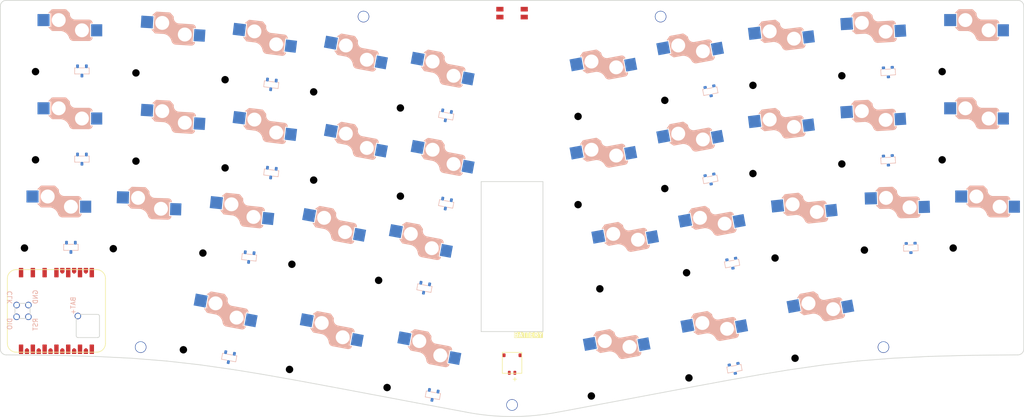
<source format=kicad_pcb>
(kicad_pcb (version 20171130) (host pcbnew 5.1.6)
  (title_block (title "heatwave") (rev "v1.0.0") (company "Unknown"))
  (layers (0 F.Cu signal) (31 B.Cu signal) (34 B.Paste user) (35 F.Paste user) (36 B.SilkS user) (37 F.SilkS user) (38 B.Mask user) (39 F.Mask user) (44 Edge.Cuts user))
  (net 0 "")
  (net 1 "P0.02")
  (net 2 "P0.03")
  (net 3 "P0.28")
  (net 4 "P0.29")
  (net 5 "P0.04")
  (net 6 "P0.05")
  (net 7 "P1.11")
  (net 8 "P1.12")
  (net 9 "P1.13")
  (net 10 "P1.14")
  (net 11 "P1.15")
  (net 12 "3V3")
  (net 13 "GND")
  (net 14 "5V")
  (net 15 "P0.15")
  (net 16 "P0.19")
  (net 17 "P1.01")
  (net 18 "P0.09")
  (net 19 "P0.10")
  (net 20 "P0.31")
  (net 21 "P1.03")
  (net 22 "P1.05")
  (net 23 "P1.07")
  (net 24 "DIO")
  (net 25 "CLK")
  (net 26 "RST")
  (net 27 "BAT+")
  (net 28 "C3")
  (net 29 "flex_thumb")
  (net 30 "mirror_flex_thumb")
  (net 31 "C2")
  (net 32 "w_top")
  (net 33 "e_top")
  (net 34 "C4")
  (net 35 "r_top")
  (net 36 "C5")
  (net 37 "t_top")
  (net 38 "mirror_w_top")
  (net 39 "mirror_e_top")
  (net 40 "mirror_r_top")
  (net 41 "mirror_t_top")
  (net 42 "s_home")
  (net 43 "d_home")
  (net 44 "f_home")
  (net 45 "g_home")
  (net 46 "mirror_s_home")
  (net 47 "mirror_d_home")
  (net 48 "mirror_f_home")
  (net 49 "mirror_g_home")
  (net 50 "C1")
  (net 51 "z_bottom")
  (net 52 "x_bottom")
  (net 53 "c_bottom")
  (net 54 "v_bottom")
  (net 55 "b_bottom")
  (net 56 "mirror_z_bottom")
  (net 57 "mirror_x_bottom")
  (net 58 "mirror_c_bottom")
  (net 59 "mirror_v_bottom")
  (net 60 "mirror_b_bottom")
  (net 61 "base_thumb")
  (net 62 "mirror_base_thumb")
  (net 63 "q_top")
  (net 64 "mirror_q_top")
  (net 65 "a_home")
  (net 66 "mirror_a_home")
  (net 67 "ext_thumb")
  (net 68 "mirror_ext_thumb")
  (net 69 "R1")
  (net 70 "R2")
  (net 71 "R3")
  (net 72 "R4")
  (net 73 "RAW")
  (footprint "pcb_shape" (at 0 0 0) (layer F.Cu)
    (property "Reference" "EC1" hide)
    (fp_line (start -12.575 -8.949998) (end -12.575 64.911298) (stroke (width 0.15)) (layer "Edge.Cuts"))
    (fp_line (start -11.326101 66.161299) (end -1.03077 66.261528) (stroke (width 0.15)) (layer "Edge.Cuts"))
    (fp_line (start -11.324999 -10.2) (end 206.6232 -10.2) (stroke (width 0.15)) (layer "Edge.Cuts"))
    (fp_line (start -1.03077 66.261528) (end 7.901166 66.498377) (stroke (width 0.15)) (layer "Edge.Cuts"))
    (fp_line (start 7.901166 66.498377) (end 15.872508 66.901151) (stroke (width 0.15)) (layer "Edge.Cuts"))
    (fp_line (start 15.872508 66.901151) (end 23.281004 67.49891) (stroke (width 0.15)) (layer "Edge.Cuts"))
    (fp_line (start 23.281004 67.49891) (end 30.51736 68.319453) (stroke (width 0.15)) (layer "Edge.Cuts"))
    (fp_line (start 30.51736 68.319453) (end 37.971492 69.388457) (stroke (width 0.15)) (layer "Edge.Cuts"))
    (fp_line (start 37.971492 69.388457) (end 44.23959 70.419299) (stroke (width 0.15)) (layer "Edge.Cuts"))
    (fp_line (start 44.23959 70.419299) (end 51.08305 71.632118) (stroke (width 0.15)) (layer "Edge.Cuts"))
    (fp_line (start 51.08305 71.632118) (end 58.700691 73.040555) (stroke (width 0.15)) (layer "Edge.Cuts"))
    (fp_line (start 58.700691 73.040555) (end 67.291954 74.658596) (stroke (width 0.15)) (layer "Edge.Cuts"))
    (fp_line (start 67.291954 74.658596) (end 77.056506 76.500462) (stroke (width 0.15)) (layer "Edge.Cuts"))
    (fp_line (start 77.056506 76.500462) (end 88.193036 78.580246) (stroke (width 0.15)) (layer "Edge.Cuts"))
    (fp_line (start 118.241693 76.500462) (end 107.105152 78.580248) (stroke (width 0.15)) (layer "Edge.Cuts"))
    (fp_line (start 128.006245 74.658596) (end 118.241693 76.500462) (stroke (width 0.15)) (layer "Edge.Cuts"))
    (fp_line (start 136.597508 73.040555) (end 128.006245 74.658596) (stroke (width 0.15)) (layer "Edge.Cuts"))
    (fp_line (start 144.215149 71.632118) (end 136.597508 73.040555) (stroke (width 0.15)) (layer "Edge.Cuts"))
    (fp_line (start 151.058609 70.419299) (end 144.215149 71.632118) (stroke (width 0.15)) (layer "Edge.Cuts"))
    (fp_line (start 157.326707 69.388457) (end 151.058609 70.419299) (stroke (width 0.15)) (layer "Edge.Cuts"))
    (fp_line (start 164.780839 68.319453) (end 157.326707 69.388457) (stroke (width 0.15)) (layer "Edge.Cuts"))
    (fp_line (start 172.017195 67.49891) (end 164.780839 68.319453) (stroke (width 0.15)) (layer "Edge.Cuts"))
    (fp_line (start 179.425691 66.901151) (end 172.017195 67.49891) (stroke (width 0.15)) (layer "Edge.Cuts"))
    (fp_line (start 187.397033 66.498377) (end 179.425691 66.901151) (stroke (width 0.15)) (layer "Edge.Cuts"))
    (fp_line (start 196.328969 66.261528) (end 187.397033 66.498377) (stroke (width 0.15)) (layer "Edge.Cuts"))
    (fp_line (start 206.624415 66.161298) (end 196.328969 66.261528) (stroke (width 0.15)) (layer "Edge.Cuts"))
    (fp_line (start 207.873199 -8.95) (end 207.873199 64.9113) (stroke (width 0.15)) (layer "Edge.Cuts"))
    (fp_line (start 207.8732 -8.95) (end 207.873199 -8.95) (stroke (width 0.15)) (layer "Edge.Cuts"))
    (fp_arc (start -11.324998 -8.949998) (end -12.575 -8.949998) (angle 89.9999) (stroke (width 0.15)) (layer "Edge.Cuts"))
    (fp_arc (start -11.324999 64.911299) (end -11.326101 66.161299) (angle 89.9495) (stroke (width 0.15)) (layer "Edge.Cuts"))
    (fp_arc (start 97.6491 27.5619) (end 107.105152 78.580248) (angle 21.0007) (stroke (width 0.15)) (layer "Edge.Cuts"))
    (fp_arc (start 206.6232 -8.95) (end 206.6232 -10.2) (angle 90) (stroke (width 0.15)) (layer "Edge.Cuts"))
    (fp_arc (start 206.6232 64.9113) (end 207.873199 64.9113) (angle 89.9443) (stroke (width 0.15)) (layer "Edge.Cuts"))
  )
  (footprint "xiao_plus_smd_prod" (at -0.49950049999999635 56.7 90) (layer F.Cu)
    (property "Reference" "MCU1" hide)
    (pad "1" smd roundrect (at -8.255 -7.6165 270) (size 2.032 0.95) (layers "F.Cu" "F.Mask" "F.Paste") (roundrect_rratio 0.1) (net 1 "P0.02"))
    (pad "2" smd roundrect (at -8.255 -5.0765 270) (size 2.032 0.95) (layers "F.Cu" "F.Mask" "F.Paste") (roundrect_rratio 0.1) (net 2 "P0.03"))
    (pad "3" smd roundrect (at -8.255 -2.5365 270) (size 2.032 0.95) (layers "F.Cu" "F.Mask" "F.Paste") (roundrect_rratio 0.1) (net 3 "P0.28"))
    (pad "4" smd roundrect (at -8.255 0.0035 270) (size 2.032 0.95) (layers "F.Cu" "F.Mask" "F.Paste") (roundrect_rratio 0.1) (net 4 "P0.29"))
    (pad "5" smd roundrect (at -8.255 2.5435 270) (size 2.032 0.95) (layers "F.Cu" "F.Mask" "F.Paste") (roundrect_rratio 0.1) (net 5 "P0.04"))
    (pad "6" smd roundrect (at -8.255 5.0835 270) (size 2.032 0.95) (layers "F.Cu" "F.Mask" "F.Paste") (roundrect_rratio 0.1) (net 6 "P0.05"))
    (pad "7" smd roundrect (at -8.255 7.6235 270) (size 2.032 0.95) (layers "F.Cu" "F.Mask" "F.Paste") (roundrect_rratio 0.1) (net 7 "P1.11"))
    (pad "8" smd roundrect (at 8.255 7.6235 90) (size 2.032 0.95) (layers "F.Cu" "F.Mask" "F.Paste") (roundrect_rratio 0.1) (net 8 "P1.12"))
    (pad "9" smd roundrect (at 8.255 5.0835 90) (size 2.032 0.95) (layers "F.Cu" "F.Mask" "F.Paste") (roundrect_rratio 0.1) (net 9 "P1.13"))
    (pad "10" smd roundrect (at 8.255 2.5435 90) (size 2.032 0.95) (layers "F.Cu" "F.Mask" "F.Paste") (roundrect_rratio 0.1) (net 10 "P1.14"))
    (pad "11" smd roundrect (at 8.255 0.0035 90) (size 2.032 0.95) (layers "F.Cu" "F.Mask" "F.Paste") (roundrect_rratio 0.1) (net 11 "P1.15"))
    (pad "12" smd roundrect (at 8.255 -2.5365 90) (size 2.032 0.95) (layers "F.Cu" "F.Mask" "F.Paste") (roundrect_rratio 0.1) (net 12 "3V3"))
    (pad "13" smd roundrect (at 8.255 -5.0765 90) (size 2.032 0.95) (layers "F.Cu" "F.Mask" "F.Paste") (roundrect_rratio 0.1) (net 13 "GND"))
    (pad "14" smd roundrect (at 8.255 -7.6165 90) (size 2.032 0.95) (layers "F.Cu" "F.Mask" "F.Paste") (roundrect_rratio 0.1) (net 14 "5V"))
    (pad "15" smd roundrect (at -8.655 -6.3465 270) (size 1.232 0.95) (layers "F.Cu" "F.Mask" "F.Paste") (roundrect_rratio 0.1) (chamfer_ratio 0.35) (chamfer top_left bottom_left) (net 15 "P0.15"))
    (pad "16" smd roundrect (at -8.655 -3.8065 270) (size 1.232 0.95) (layers "F.Cu" "F.Mask" "F.Paste") (roundrect_rratio 0.1) (chamfer_ratio 0.35) (chamfer top_left bottom_left) (net 16 "P0.19"))
    (pad "17" smd roundrect (at -8.655 -1.2665 270) (size 1.232 0.95) (layers "F.Cu" "F.Mask" "F.Paste") (roundrect_rratio 0.1) (chamfer_ratio 0.35) (chamfer top_left bottom_left) (net 17 "P1.01"))
    (pad "18" smd roundrect (at -8.655 1.2735 270) (size 1.232 0.95) (layers "F.Cu" "F.Mask" "F.Paste") (roundrect_rratio 0.1) (chamfer_ratio 0.35) (chamfer top_left bottom_left) (net 18 "P0.09"))
    (pad "19" smd roundrect (at -8.655 3.8135 270) (size 1.232 0.95) (layers "F.Cu" "F.Mask" "F.Paste") (roundrect_rratio 0.1) (chamfer_ratio 0.35) (chamfer top_left bottom_left) (net 19 "P0.10"))
    (pad "20" smd roundrect (at -8.655 6.3535 270) (size 1.232 0.95) (layers "F.Cu" "F.Mask" "F.Paste") (roundrect_rratio 0.1) (chamfer_ratio 0.35) (chamfer top_left bottom_left) (net 20 "P0.31"))
    (pad "21" smd roundrect (at 8.655 6.3535 90) (size 1.232 0.95) (layers "F.Cu" "F.Mask" "F.Paste") (roundrect_rratio 0.1) (chamfer_ratio 0.35) (chamfer top_left bottom_left) (net 21 "P1.03"))
    (pad "22" smd roundrect (at 8.655 3.8135 90) (size 1.232 0.95) (layers "F.Cu" "F.Mask" "F.Paste") (roundrect_rratio 0.1) (chamfer_ratio 0.35) (chamfer top_left bottom_left) (net 22 "P1.05"))
    (pad "23" smd roundrect (at 8.655 1.2735 90) (size 1.232 0.95) (layers "F.Cu" "F.Mask" "F.Paste") (roundrect_rratio 0.1) (chamfer_ratio 0.35) (chamfer top_left bottom_left) (net 23 "P1.07"))
    (pad "24" thru_hole circle (at -1.27 -8.5725 90) (size 1.397 1.397) (drill 1.016) (property pad_prop_castellated) (layers "*.Cu" "*.Mask") (net 24 "DIO"))
    (pad "25" thru_hole circle (at 1.27 -8.5725 90) (size 1.397 1.397) (drill 1.016) (property pad_prop_castellated) (layers "*.Cu" "*.Mask") (net 25 "CLK"))
    (pad "26" thru_hole circle (at -1.27 -6.0325 90) (size 1.397 1.397) (drill 1.016) (property pad_prop_castellated) (layers "*.Cu" "*.Mask") (net 26 "RST"))
    (pad "27" thru_hole circle (at 1.27 -6.0325 90) (size 1.397 1.397) (drill 1.016) (property pad_prop_castellated) (layers "*.Cu" "*.Mask") (net 13 "GND"))
    (pad "28" thru_hole circle (at -1.08792 4.6202 90) (size 1.397 1.397) (drill 1.016) (property pad_prop_castellated) (layers "*.Cu" "*.Mask") (net 27 "BAT+"))
    (fp_line (start -5.73792 8.8892) (end -5.73792 4.6512) (stroke (width 0.15)) (layer "Edge.Cuts"))
    (fp_line (start -5.35692 4.2702) (end -1.11892 4.2702) (stroke (width 0.15)) (layer "Edge.Cuts"))
    (fp_line (start -1.625 -6.0585) (end -1.625 -8.5465) (stroke (width 0.15)) (layer "Edge.Cuts"))
    (fp_line (start -1.244 -8.9275) (end 1.244 -8.9275) (stroke (width 0.15)) (layer "Edge.Cuts"))
    (fp_line (start -1.11892 9.2702) (end -5.35692 9.2702) (stroke (width 0.15)) (layer "Edge.Cuts"))
    (fp_line (start -0.73792 4.6512) (end -0.73792 8.8892) (stroke (width 0.15)) (layer "Edge.Cuts"))
    (fp_line (start 1.244 -5.6775) (end -1.244 -5.6775) (stroke (width 0.15)) (layer "Edge.Cuts"))
    (fp_line (start 1.625 -8.5465) (end 1.625 -6.0585) (stroke (width 0.15)) (layer "Edge.Cuts"))
    (fp_arc (start -5.356921 4.651199) (end -5.73792 4.6512) (angle 90.0003) (stroke (width 0.15)) (layer "Edge.Cuts"))
    (fp_arc (start -5.356921 8.889201) (end -5.35692 9.2702) (angle 90.0003) (stroke (width 0.15)) (layer "Edge.Cuts"))
    (fp_arc (start -1.244001 -8.546501) (end -1.625 -8.5465) (angle 90.0003) (stroke (width 0.15)) (layer "Edge.Cuts"))
    (fp_arc (start -1.2440001 -6.058499) (end -1.244 -5.6775) (angle 90.0003) (stroke (width 0.15)) (layer "Edge.Cuts"))
    (fp_arc (start -1.118919 4.651199) (end -1.11892 4.2702) (angle 90.0003) (stroke (width 0.15)) (layer "Edge.Cuts"))
    (fp_arc (start -1.118919 8.889201) (end -0.73792 8.8892) (angle 90.0003) (stroke (width 0.15)) (layer "Edge.Cuts"))
    (fp_arc (start 1.244 -8.5465) (end 1.244 -8.9275) (angle 90) (stroke (width 0.15)) (layer "Edge.Cuts"))
    (fp_arc (start 1.244 -6.0585) (end 1.625 -6.0585) (angle 90) (stroke (width 0.15)) (layer "Edge.Cuts"))
    (fp_text user "BAT+" (at 3.153965 4.202883 90) (layer B.SilkS) (effects (justify left bottom mirror)))
    (fp_text user "GND    RST" (at 4.644429 -3.932189 90) (layer B.SilkS) (effects (justify left bottom mirror)))
    (fp_text user "CLK    DIO" (at 4.423684 -9.462446 90) (layer B.SilkS) (effects (justify left bottom mirror)))
  )
  (footprint "choc" (at 32.709803699999995 60.9141801 -10.5) (layer F.Cu)
    (property "Reference" "SW1" hide)
    (pad "" np_thru_hole circle (at -5.5 0 -10.5) (size 1.9 1.9) (drill 1.9) (layers "F&B.Cu"))
    (pad "" np_thru_hole circle (at -5 5.15 -10.5) (size 1.6 1.6) (drill 1.6) (layers "*.Mask"))
    (pad "" np_thru_hole circle (at 0 -5.95 -10.5) (size 3 3) (drill 3) (layers "F&B.Cu" "*.Mask"))
    (pad "" np_thru_hole circle (at 0 0 -10.5) (size 5 5) (drill 5) (layers "F&B.Cu"))
    (pad "" np_thru_hole circle (at 5 -3.75 184.5) (size 3 3) (drill 3) (layers "F&B.Cu" "*.Mask"))
    (pad "" np_thru_hole circle (at 5.5 0 -10.5) (size 1.9 1.9) (drill 1.9) (layers "F&B.Cu"))
    (pad "1" smd rect (at -3.275 -5.95 -10.5) (size 2.6 2.6) (layers "B.Cu" "B.Mask" "B.Paste") (net 28 "C3"))
    (pad "2" smd rect (at 8.175 -3.75 -10.5) (size 2.4 2.6) (layers "B.Cu" "B.Mask" "B.Paste") (net 29 "flex_thumb"))
  )
  (footprint "choc" (at 162.5883953 60.9141801 10.5) (layer F.Cu)
    (property "Reference" "SW2" hide)
    (pad "" np_thru_hole circle (at -5.5 0 10.5) (size 1.9 1.9) (drill 1.9) (layers "F&B.Cu"))
    (pad "" np_thru_hole circle (at -5 5.15 10.5) (size 1.6 1.6) (drill 1.6) (layers "*.Mask"))
    (pad "" np_thru_hole circle (at 0 -5.95 10.5) (size 3 3) (drill 3) (layers "F&B.Cu" "*.Mask"))
    (pad "" np_thru_hole circle (at 0 0 10.5) (size 5 5) (drill 5) (layers "F&B.Cu"))
    (pad "" np_thru_hole circle (at 5 -3.75 205.5) (size 3 3) (drill 3) (layers "F&B.Cu" "*.Mask"))
    (pad "" np_thru_hole circle (at 5.5 0 10.5) (size 1.9 1.9) (drill 1.9) (layers "F&B.Cu"))
    (pad "1" smd rect (at -3.275 -5.95 10.5) (size 2.6 2.6) (layers "B.Cu" "B.Mask" "B.Paste") (net 28 "C3"))
    (pad "2" smd rect (at 8.175 -3.75 10.5) (size 2.4 2.6) (layers "B.Cu" "B.Mask" "B.Paste") (net 30 "mirror_flex_thumb"))
  )
  (footprint "sw_choc_1u" (at 21.9372417 0.5976804999999992 -3.5) (layer F.Cu)
    (property "Reference" "SW3" hide)
    (pad "" np_thru_hole circle (at -5.5 0 -3.5) (size 1.9 1.9) (drill 1.9) (layers "F&B.Cu"))
    (pad "" np_thru_hole circle (at -5 5.15 -3.5) (size 1.6 1.6) (drill 1.6) (layers "*.Mask"))
    (pad "" np_thru_hole circle (at 0 -5.95 -3.5) (size 3 3) (drill 3) (layers "F&B.Cu" "*.Mask"))
    (pad "" np_thru_hole circle (at 0 0 -3.5) (size 5 5) (drill 5) (layers "F&B.Cu"))
    (pad "" np_thru_hole circle (at 5 -3.75 191.5) (size 3 3) (drill 3) (layers "F&B.Cu" "*.Mask"))
    (pad "" np_thru_hole circle (at 5.5 0 -3.5) (size 1.9 1.9) (drill 1.9) (layers "F&B.Cu"))
    (pad "1" smd rect (at -3.275 -5.95 -3.5) (size 2.6 2.6) (layers "B.Cu" "B.Mask" "B.Paste") (net 31 "C2"))
    (pad "2" smd rect (at 8.175 -3.75 -3.5) (size 2.4 2.6) (layers "B.Cu" "B.Mask" "B.Paste") (net 32 "w_top"))
  )
  (footprint "sw_choc_1u" (at 41.426508399999996 2.3884925999999993 -7) (layer F.Cu)
    (property "Reference" "SW4" hide)
    (pad "" np_thru_hole circle (at -5.5 0 -7) (size 1.9 1.9) (drill 1.9) (layers "F&B.Cu"))
    (pad "" np_thru_hole circle (at -5 5.15 -7) (size 1.6 1.6) (drill 1.6) (layers "*.Mask"))
    (pad "" np_thru_hole circle (at 0 -5.95 -7) (size 3 3) (drill 3) (layers "F&B.Cu" "*.Mask"))
    (pad "" np_thru_hole circle (at 0 0 -7) (size 5 5) (drill 5) (layers "F&B.Cu"))
    (pad "" np_thru_hole circle (at 5 -3.75 188) (size 3 3) (drill 3) (layers "F&B.Cu" "*.Mask"))
    (pad "" np_thru_hole circle (at 5.5 0 -7) (size 1.9 1.9) (drill 1.9) (layers "F&B.Cu"))
    (pad "1" smd rect (at -3.275 -5.95 -7) (size 2.6 2.6) (layers "B.Cu" "B.Mask" "B.Paste") (net 28 "C3"))
    (pad "2" smd rect (at 8.175 -3.75 -7) (size 2.4 2.6) (layers "B.Cu" "B.Mask" "B.Paste") (net 33 "e_top"))
  )
  (footprint "sw_choc_1u" (at 60.770097199999995 5.3657557 -10.5) (layer F.Cu)
    (property "Reference" "SW5" hide)
    (pad "" np_thru_hole circle (at -5.5 0 -10.5) (size 1.9 1.9) (drill 1.9) (layers "F&B.Cu"))
    (pad "" np_thru_hole circle (at -5 5.15 -10.5) (size 1.6 1.6) (drill 1.6) (layers "*.Mask"))
    (pad "" np_thru_hole circle (at 0 -5.95 -10.5) (size 3 3) (drill 3) (layers "F&B.Cu" "*.Mask"))
    (pad "" np_thru_hole circle (at 0 0 -10.5) (size 5 5) (drill 5) (layers "F&B.Cu"))
    (pad "" np_thru_hole circle (at 5 -3.75 184.5) (size 3 3) (drill 3) (layers "F&B.Cu" "*.Mask"))
    (pad "" np_thru_hole circle (at 5.5 0 -10.5) (size 1.9 1.9) (drill 1.9) (layers "F&B.Cu"))
    (pad "1" smd rect (at -3.275 -5.95 -10.5) (size 2.6 2.6) (layers "B.Cu" "B.Mask" "B.Paste") (net 34 "C4"))
    (pad "2" smd rect (at 8.175 -3.75 -10.5) (size 2.4 2.6) (layers "B.Cu" "B.Mask" "B.Paste") (net 35 "r_top"))
  )
  (footprint "sw_choc_1u" (at 79.4519404 8.828230600000001 -10.5) (layer F.Cu)
    (property "Reference" "SW6" hide)
    (pad "" np_thru_hole circle (at -5.5 0 -10.5) (size 1.9 1.9) (drill 1.9) (layers "F&B.Cu"))
    (pad "" np_thru_hole circle (at -5 5.15 -10.5) (size 1.6 1.6) (drill 1.6) (layers "*.Mask"))
    (pad "" np_thru_hole circle (at 0 -5.95 -10.5) (size 3 3) (drill 3) (layers "F&B.Cu" "*.Mask"))
    (pad "" np_thru_hole circle (at 0 0 -10.5) (size 5 5) (drill 5) (layers "F&B.Cu"))
    (pad "" np_thru_hole circle (at 5 -3.75 184.5) (size 3 3) (drill 3) (layers "F&B.Cu" "*.Mask"))
    (pad "" np_thru_hole circle (at 5.5 0 -10.5) (size 1.9 1.9) (drill 1.9) (layers "F&B.Cu"))
    (pad "1" smd rect (at -3.275 -5.95 -10.5) (size 2.6 2.6) (layers "B.Cu" "B.Mask" "B.Paste") (net 36 "C5"))
    (pad "2" smd rect (at 8.175 -3.75 -10.5) (size 2.4 2.6) (layers "B.Cu" "B.Mask" "B.Paste") (net 37 "t_top"))
  )
  (footprint "sw_choc_1u" (at 173.3609573 0.5976804999999992 3.5) (layer F.Cu)
    (property "Reference" "SW7" hide)
    (pad "" np_thru_hole circle (at -5.5 0 3.5) (size 1.9 1.9) (drill 1.9) (layers "F&B.Cu"))
    (pad "" np_thru_hole circle (at -5 5.15 3.5) (size 1.6 1.6) (drill 1.6) (layers "*.Mask"))
    (pad "" np_thru_hole circle (at 0 -5.95 3.5) (size 3 3) (drill 3) (layers "F&B.Cu" "*.Mask"))
    (pad "" np_thru_hole circle (at 0 0 3.5) (size 5 5) (drill 5) (layers "F&B.Cu"))
    (pad "" np_thru_hole circle (at 5 -3.75 198.5) (size 3 3) (drill 3) (layers "F&B.Cu" "*.Mask"))
    (pad "" np_thru_hole circle (at 5.5 0 3.5) (size 1.9 1.9) (drill 1.9) (layers "F&B.Cu"))
    (pad "1" smd rect (at -3.275 -5.95 3.5) (size 2.6 2.6) (layers "B.Cu" "B.Mask" "B.Paste") (net 31 "C2"))
    (pad "2" smd rect (at 8.175 -3.75 3.5) (size 2.4 2.6) (layers "B.Cu" "B.Mask" "B.Paste") (net 38 "mirror_w_top"))
  )
  (footprint "sw_choc_1u" (at 153.87169060000002 2.3884925999999993 7) (layer F.Cu)
    (property "Reference" "SW8" hide)
    (pad "" np_thru_hole circle (at -5.5 0 7) (size 1.9 1.9) (drill 1.9) (layers "F&B.Cu"))
    (pad "" np_thru_hole circle (at -5 5.15 7) (size 1.6 1.6) (drill 1.6) (layers "*.Mask"))
    (pad "" np_thru_hole circle (at 0 -5.95 7) (size 3 3) (drill 3) (layers "F&B.Cu" "*.Mask"))
    (pad "" np_thru_hole circle (at 0 0 7) (size 5 5) (drill 5) (layers "F&B.Cu"))
    (pad "" np_thru_hole circle (at 5 -3.75 202) (size 3 3) (drill 3) (layers "F&B.Cu" "*.Mask"))
    (pad "" np_thru_hole circle (at 5.5 0 7) (size 1.9 1.9) (drill 1.9) (layers "F&B.Cu"))
    (pad "1" smd rect (at -3.275 -5.95 7) (size 2.6 2.6) (layers "B.Cu" "B.Mask" "B.Paste") (net 28 "C3"))
    (pad "2" smd rect (at 8.175 -3.75 7) (size 2.4 2.6) (layers "B.Cu" "B.Mask" "B.Paste") (net 39 "mirror_e_top"))
  )
  (footprint "sw_choc_1u" (at 134.5281018 5.3657557 10.5) (layer F.Cu)
    (property "Reference" "SW9" hide)
    (pad "" np_thru_hole circle (at -5.5 0 10.5) (size 1.9 1.9) (drill 1.9) (layers "F&B.Cu"))
    (pad "" np_thru_hole circle (at -5 5.15 10.5) (size 1.6 1.6) (drill 1.6) (layers "*.Mask"))
    (pad "" np_thru_hole circle (at 0 -5.95 10.5) (size 3 3) (drill 3) (layers "F&B.Cu" "*.Mask"))
    (pad "" np_thru_hole circle (at 0 0 10.5) (size 5 5) (drill 5) (layers "F&B.Cu"))
    (pad "" np_thru_hole circle (at 5 -3.75 205.5) (size 3 3) (drill 3) (layers "F&B.Cu" "*.Mask"))
    (pad "" np_thru_hole circle (at 5.5 0 10.5) (size 1.9 1.9) (drill 1.9) (layers "F&B.Cu"))
    (pad "1" smd rect (at -3.275 -5.95 10.5) (size 2.6 2.6) (layers "B.Cu" "B.Mask" "B.Paste") (net 34 "C4"))
    (pad "2" smd rect (at 8.175 -3.75 10.5) (size 2.4 2.6) (layers "B.Cu" "B.Mask" "B.Paste") (net 40 "mirror_r_top"))
  )
  (footprint "sw_choc_1u" (at 115.84625860000001 8.828230600000001 10.5) (layer F.Cu)
    (property "Reference" "SW10" hide)
    (pad "" np_thru_hole circle (at -5.5 0 10.5) (size 1.9 1.9) (drill 1.9) (layers "F&B.Cu"))
    (pad "" np_thru_hole circle (at -5 5.15 10.5) (size 1.6 1.6) (drill 1.6) (layers "*.Mask"))
    (pad "" np_thru_hole circle (at 0 -5.95 10.5) (size 3 3) (drill 3) (layers "F&B.Cu" "*.Mask"))
    (pad "" np_thru_hole circle (at 0 0 10.5) (size 5 5) (drill 5) (layers "F&B.Cu"))
    (pad "" np_thru_hole circle (at 5 -3.75 205.5) (size 3 3) (drill 3) (layers "F&B.Cu" "*.Mask"))
    (pad "" np_thru_hole circle (at 5.5 0 10.5) (size 1.9 1.9) (drill 1.9) (layers "F&B.Cu"))
    (pad "1" smd rect (at -3.275 -5.95 10.5) (size 2.6 2.6) (layers "B.Cu" "B.Mask" "B.Paste") (net 36 "C5"))
    (pad "2" smd rect (at 8.175 -3.75 10.5) (size 2.4 2.6) (layers "B.Cu" "B.Mask" "B.Paste") (net 41 "mirror_t_top"))
  )
  (footprint "sw_choc_1u" (at 21.9372417 19.5976805 -3.5) (layer F.Cu)
    (property "Reference" "SW11" hide)
    (pad "" np_thru_hole circle (at -5.5 0 -3.5) (size 1.9 1.9) (drill 1.9) (layers "F&B.Cu"))
    (pad "" np_thru_hole circle (at -5 5.15 -3.5) (size 1.6 1.6) (drill 1.6) (layers "*.Mask"))
    (pad "" np_thru_hole circle (at 0 -5.95 -3.5) (size 3 3) (drill 3) (layers "F&B.Cu" "*.Mask"))
    (pad "" np_thru_hole circle (at 0 0 -3.5) (size 5 5) (drill 5) (layers "F&B.Cu"))
    (pad "" np_thru_hole circle (at 5 -3.75 191.5) (size 3 3) (drill 3) (layers "F&B.Cu" "*.Mask"))
    (pad "" np_thru_hole circle (at 5.5 0 -3.5) (size 1.9 1.9) (drill 1.9) (layers "F&B.Cu"))
    (pad "1" smd rect (at -3.275 -5.95 -3.5) (size 2.6 2.6) (layers "B.Cu" "B.Mask" "B.Paste") (net 31 "C2"))
    (pad "2" smd rect (at 8.175 -3.75 -3.5) (size 2.4 2.6) (layers "B.Cu" "B.Mask" "B.Paste") (net 42 "s_home"))
  )
  (footprint "sw_choc_1u" (at 41.426508399999996 21.3884926 -7) (layer F.Cu)
    (property "Reference" "SW12" hide)
    (pad "" np_thru_hole circle (at -5.5 0 -7) (size 1.9 1.9) (drill 1.9) (layers "F&B.Cu"))
    (pad "" np_thru_hole circle (at -5 5.15 -7) (size 1.6 1.6) (drill 1.6) (layers "*.Mask"))
    (pad "" np_thru_hole circle (at 0 -5.95 -7) (size 3 3) (drill 3) (layers "F&B.Cu" "*.Mask"))
    (pad "" np_thru_hole circle (at 0 0 -7) (size 5 5) (drill 5) (layers "F&B.Cu"))
    (pad "" np_thru_hole circle (at 5 -3.75 188) (size 3 3) (drill 3) (layers "F&B.Cu" "*.Mask"))
    (pad "" np_thru_hole circle (at 5.5 0 -7) (size 1.9 1.9) (drill 1.9) (layers "F&B.Cu"))
    (pad "1" smd rect (at -3.275 -5.95 -7) (size 2.6 2.6) (layers "B.Cu" "B.Mask" "B.Paste") (net 28 "C3"))
    (pad "2" smd rect (at 8.175 -3.75 -7) (size 2.4 2.6) (layers "B.Cu" "B.Mask" "B.Paste") (net 43 "d_home"))
  )
  (footprint "sw_choc_1u" (at 60.770097199999995 24.3657557 -10.5) (layer F.Cu)
    (property "Reference" "SW13" hide)
    (pad "" np_thru_hole circle (at -5.5 0 -10.5) (size 1.9 1.9) (drill 1.9) (layers "F&B.Cu"))
    (pad "" np_thru_hole circle (at -5 5.15 -10.5) (size 1.6 1.6) (drill 1.6) (layers "*.Mask"))
    (pad "" np_thru_hole circle (at 0 -5.95 -10.5) (size 3 3) (drill 3) (layers "F&B.Cu" "*.Mask"))
    (pad "" np_thru_hole circle (at 0 0 -10.5) (size 5 5) (drill 5) (layers "F&B.Cu"))
    (pad "" np_thru_hole circle (at 5 -3.75 184.5) (size 3 3) (drill 3) (layers "F&B.Cu" "*.Mask"))
    (pad "" np_thru_hole circle (at 5.5 0 -10.5) (size 1.9 1.9) (drill 1.9) (layers "F&B.Cu"))
    (pad "1" smd rect (at -3.275 -5.95 -10.5) (size 2.6 2.6) (layers "B.Cu" "B.Mask" "B.Paste") (net 34 "C4"))
    (pad "2" smd rect (at 8.175 -3.75 -10.5) (size 2.4 2.6) (layers "B.Cu" "B.Mask" "B.Paste") (net 44 "f_home"))
  )
  (footprint "sw_choc_1u" (at 79.4519404 27.8282306 -10.5) (layer F.Cu)
    (property "Reference" "SW14" hide)
    (pad "" np_thru_hole circle (at -5.5 0 -10.5) (size 1.9 1.9) (drill 1.9) (layers "F&B.Cu"))
    (pad "" np_thru_hole circle (at -5 5.15 -10.5) (size 1.6 1.6) (drill 1.6) (layers "*.Mask"))
    (pad "" np_thru_hole circle (at 0 -5.95 -10.5) (size 3 3) (drill 3) (layers "F&B.Cu" "*.Mask"))
    (pad "" np_thru_hole circle (at 0 0 -10.5) (size 5 5) (drill 5) (layers "F&B.Cu"))
    (pad "" np_thru_hole circle (at 5 -3.75 184.5) (size 3 3) (drill 3) (layers "F&B.Cu" "*.Mask"))
    (pad "" np_thru_hole circle (at 5.5 0 -10.5) (size 1.9 1.9) (drill 1.9) (layers "F&B.Cu"))
    (pad "1" smd rect (at -3.275 -5.95 -10.5) (size 2.6 2.6) (layers "B.Cu" "B.Mask" "B.Paste") (net 36 "C5"))
    (pad "2" smd rect (at 8.175 -3.75 -10.5) (size 2.4 2.6) (layers "B.Cu" "B.Mask" "B.Paste") (net 45 "g_home"))
  )
  (footprint "sw_choc_1u" (at 173.3609573 19.5976805 3.5) (layer F.Cu)
    (property "Reference" "SW15" hide)
    (pad "" np_thru_hole circle (at -5.5 0 3.5) (size 1.9 1.9) (drill 1.9) (layers "F&B.Cu"))
    (pad "" np_thru_hole circle (at -5 5.15 3.5) (size 1.6 1.6) (drill 1.6) (layers "*.Mask"))
    (pad "" np_thru_hole circle (at 0 -5.95 3.5) (size 3 3) (drill 3) (layers "F&B.Cu" "*.Mask"))
    (pad "" np_thru_hole circle (at 0 0 3.5) (size 5 5) (drill 5) (layers "F&B.Cu"))
    (pad "" np_thru_hole circle (at 5 -3.75 198.5) (size 3 3) (drill 3) (layers "F&B.Cu" "*.Mask"))
    (pad "" np_thru_hole circle (at 5.5 0 3.5) (size 1.9 1.9) (drill 1.9) (layers "F&B.Cu"))
    (pad "1" smd rect (at -3.275 -5.95 3.5) (size 2.6 2.6) (layers "B.Cu" "B.Mask" "B.Paste") (net 31 "C2"))
    (pad "2" smd rect (at 8.175 -3.75 3.5) (size 2.4 2.6) (layers "B.Cu" "B.Mask" "B.Paste") (net 46 "mirror_s_home"))
  )
  (footprint "sw_choc_1u" (at 153.87169060000002 21.3884926 7) (layer F.Cu)
    (property "Reference" "SW16" hide)
    (pad "" np_thru_hole circle (at -5.5 0 7) (size 1.9 1.9) (drill 1.9) (layers "F&B.Cu"))
    (pad "" np_thru_hole circle (at -5 5.15 7) (size 1.6 1.6) (drill 1.6) (layers "*.Mask"))
    (pad "" np_thru_hole circle (at 0 -5.95 7) (size 3 3) (drill 3) (layers "F&B.Cu" "*.Mask"))
    (pad "" np_thru_hole circle (at 0 0 7) (size 5 5) (drill 5) (layers "F&B.Cu"))
    (pad "" np_thru_hole circle (at 5 -3.75 202) (size 3 3) (drill 3) (layers "F&B.Cu" "*.Mask"))
    (pad "" np_thru_hole circle (at 5.5 0 7) (size 1.9 1.9) (drill 1.9) (layers "F&B.Cu"))
    (pad "1" smd rect (at -3.275 -5.95 7) (size 2.6 2.6) (layers "B.Cu" "B.Mask" "B.Paste") (net 28 "C3"))
    (pad "2" smd rect (at 8.175 -3.75 7) (size 2.4 2.6) (layers "B.Cu" "B.Mask" "B.Paste") (net 47 "mirror_d_home"))
  )
  (footprint "sw_choc_1u" (at 134.5281018 24.3657557 10.5) (layer F.Cu)
    (property "Reference" "SW17" hide)
    (pad "" np_thru_hole circle (at -5.5 0 10.5) (size 1.9 1.9) (drill 1.9) (layers "F&B.Cu"))
    (pad "" np_thru_hole circle (at -5 5.15 10.5) (size 1.6 1.6) (drill 1.6) (layers "*.Mask"))
    (pad "" np_thru_hole circle (at 0 -5.95 10.5) (size 3 3) (drill 3) (layers "F&B.Cu" "*.Mask"))
    (pad "" np_thru_hole circle (at 0 0 10.5) (size 5 5) (drill 5) (layers "F&B.Cu"))
    (pad "" np_thru_hole circle (at 5 -3.75 205.5) (size 3 3) (drill 3) (layers "F&B.Cu" "*.Mask"))
    (pad "" np_thru_hole circle (at 5.5 0 10.5) (size 1.9 1.9) (drill 1.9) (layers "F&B.Cu"))
    (pad "1" smd rect (at -3.275 -5.95 10.5) (size 2.6 2.6) (layers "B.Cu" "B.Mask" "B.Paste") (net 34 "C4"))
    (pad "2" smd rect (at 8.175 -3.75 10.5) (size 2.4 2.6) (layers "B.Cu" "B.Mask" "B.Paste") (net 48 "mirror_f_home"))
  )
  (footprint "sw_choc_1u" (at 115.84625860000001 27.8282306 10.5) (layer F.Cu)
    (property "Reference" "SW18" hide)
    (pad "" np_thru_hole circle (at -5.5 0 10.5) (size 1.9 1.9) (drill 1.9) (layers "F&B.Cu"))
    (pad "" np_thru_hole circle (at -5 5.15 10.5) (size 1.6 1.6) (drill 1.6) (layers "*.Mask"))
    (pad "" np_thru_hole circle (at 0 -5.95 10.5) (size 3 3) (drill 3) (layers "F&B.Cu" "*.Mask"))
    (pad "" np_thru_hole circle (at 0 0 10.5) (size 5 5) (drill 5) (layers "F&B.Cu"))
    (pad "" np_thru_hole circle (at 5 -3.75 205.5) (size 3 3) (drill 3) (layers "F&B.Cu" "*.Mask"))
    (pad "" np_thru_hole circle (at 5.5 0 10.5) (size 1.9 1.9) (drill 1.9) (layers "F&B.Cu"))
    (pad "1" smd rect (at -3.275 -5.95 10.5) (size 2.6 2.6) (layers "B.Cu" "B.Mask" "B.Paste") (net 36 "C5"))
    (pad "2" smd rect (at 8.175 -3.75 10.5) (size 2.4 2.6) (layers "B.Cu" "B.Mask" "B.Paste") (net 49 "mirror_g_home"))
  )
  (footprint "sw_choc_1u" (at -2.375 38 0) (layer F.Cu)
    (property "Reference" "SW19" hide)
    (pad "" np_thru_hole circle (at -5.5 0 0) (size 1.9 1.9) (drill 1.9) (layers "F&B.Cu"))
    (pad "" np_thru_hole circle (at -5 5.15 0) (size 1.6 1.6) (drill 1.6) (layers "*.Mask"))
    (pad "" np_thru_hole circle (at 0 -5.95 0) (size 3 3) (drill 3) (layers "F&B.Cu" "*.Mask"))
    (pad "" np_thru_hole circle (at 0 0 0) (size 5 5) (drill 5) (layers "F&B.Cu"))
    (pad "" np_thru_hole circle (at 5 -3.75 195) (size 3 3) (drill 3) (layers "F&B.Cu" "*.Mask"))
    (pad "" np_thru_hole circle (at 5.5 0 0) (size 1.9 1.9) (drill 1.9) (layers "F&B.Cu"))
    (pad "1" smd rect (at -3.275 -5.95 0) (size 2.6 2.6) (layers "B.Cu" "B.Mask" "B.Paste") (net 50 "C1"))
    (pad "2" smd rect (at 8.175 -3.75 0) (size 2.4 2.6) (layers "B.Cu" "B.Mask" "B.Paste") (net 51 "z_bottom"))
  )
  (footprint "sw_choc_1u" (at 16.910685 38.2945468 -1.75) (layer F.Cu)
    (property "Reference" "SW20" hide)
    (pad "" np_thru_hole circle (at -5.5 0 -1.75) (size 1.9 1.9) (drill 1.9) (layers "F&B.Cu"))
    (pad "" np_thru_hole circle (at -5 5.15 -1.75) (size 1.6 1.6) (drill 1.6) (layers "*.Mask"))
    (pad "" np_thru_hole circle (at 0 -5.95 -1.75) (size 3 3) (drill 3) (layers "F&B.Cu" "*.Mask"))
    (pad "" np_thru_hole circle (at 0 0 -1.75) (size 5 5) (drill 5) (layers "F&B.Cu"))
    (pad "" np_thru_hole circle (at 5 -3.75 193.25) (size 3 3) (drill 3) (layers "F&B.Cu" "*.Mask"))
    (pad "" np_thru_hole circle (at 5.5 0 -1.75) (size 1.9 1.9) (drill 1.9) (layers "F&B.Cu"))
    (pad "1" smd rect (at -3.275 -5.95 -1.75) (size 2.6 2.6) (layers "B.Cu" "B.Mask" "B.Paste") (net 31 "C2"))
    (pad "2" smd rect (at 8.175 -3.75 -1.75) (size 2.4 2.6) (layers "B.Cu" "B.Mask" "B.Paste") (net 52 "x_bottom"))
  )
  (footprint "sw_choc_1u" (at 36.575537600000004 39.6480929 -6.125) (layer F.Cu)
    (property "Reference" "SW21" hide)
    (pad "" np_thru_hole circle (at -5.5 0 -6.125) (size 1.9 1.9) (drill 1.9) (layers "F&B.Cu"))
    (pad "" np_thru_hole circle (at -5 5.15 -6.125) (size 1.6 1.6) (drill 1.6) (layers "*.Mask"))
    (pad "" np_thru_hole circle (at 0 -5.95 -6.125) (size 3 3) (drill 3) (layers "F&B.Cu" "*.Mask"))
    (pad "" np_thru_hole circle (at 0 0 -6.125) (size 5 5) (drill 5) (layers "F&B.Cu"))
    (pad "" np_thru_hole circle (at 5 -3.75 188.875) (size 3 3) (drill 3) (layers "F&B.Cu" "*.Mask"))
    (pad "" np_thru_hole circle (at 5.5 0 -6.125) (size 1.9 1.9) (drill 1.9) (layers "F&B.Cu"))
    (pad "1" smd rect (at -3.275 -5.95 -6.125) (size 2.6 2.6) (layers "B.Cu" "B.Mask" "B.Paste") (net 28 "C3"))
    (pad "2" smd rect (at 8.175 -3.75 -6.125) (size 2.4 2.6) (layers "B.Cu" "B.Mask" "B.Paste") (net 53 "c_bottom"))
  )
  (footprint "sw_choc_1u" (at 56.0798355 42.497808199999994 -10.5) (layer F.Cu)
    (property "Reference" "SW22" hide)
    (pad "" np_thru_hole circle (at -5.5 0 -10.5) (size 1.9 1.9) (drill 1.9) (layers "F&B.Cu"))
    (pad "" np_thru_hole circle (at -5 5.15 -10.5) (size 1.6 1.6) (drill 1.6) (layers "*.Mask"))
    (pad "" np_thru_hole circle (at 0 -5.95 -10.5) (size 3 3) (drill 3) (layers "F&B.Cu" "*.Mask"))
    (pad "" np_thru_hole circle (at 0 0 -10.5) (size 5 5) (drill 5) (layers "F&B.Cu"))
    (pad "" np_thru_hole circle (at 5 -3.75 184.5) (size 3 3) (drill 3) (layers "F&B.Cu" "*.Mask"))
    (pad "" np_thru_hole circle (at 5.5 0 -10.5) (size 1.9 1.9) (drill 1.9) (layers "F&B.Cu"))
    (pad "1" smd rect (at -3.275 -5.95 -10.5) (size 2.6 2.6) (layers "B.Cu" "B.Mask" "B.Paste") (net 34 "C4"))
    (pad "2" smd rect (at 8.175 -3.75 -10.5) (size 2.4 2.6) (layers "B.Cu" "B.Mask" "B.Paste") (net 54 "v_bottom"))
  )
  (footprint "sw_choc_1u" (at 74.7616788 45.9602831 -10.5) (layer F.Cu)
    (property "Reference" "SW23" hide)
    (pad "" np_thru_hole circle (at -5.5 0 -10.5) (size 1.9 1.9) (drill 1.9) (layers "F&B.Cu"))
    (pad "" np_thru_hole circle (at -5 5.15 -10.5) (size 1.6 1.6) (drill 1.6) (layers "*.Mask"))
    (pad "" np_thru_hole circle (at 0 -5.95 -10.5) (size 3 3) (drill 3) (layers "F&B.Cu" "*.Mask"))
    (pad "" np_thru_hole circle (at 0 0 -10.5) (size 5 5) (drill 5) (layers "F&B.Cu"))
    (pad "" np_thru_hole circle (at 5 -3.75 184.5) (size 3 3) (drill 3) (layers "F&B.Cu" "*.Mask"))
    (pad "" np_thru_hole circle (at 5.5 0 -10.5) (size 1.9 1.9) (drill 1.9) (layers "F&B.Cu"))
    (pad "1" smd rect (at -3.275 -5.95 -10.5) (size 2.6 2.6) (layers "B.Cu" "B.Mask" "B.Paste") (net 36 "C5"))
    (pad "2" smd rect (at 8.175 -3.75 -10.5) (size 2.4 2.6) (layers "B.Cu" "B.Mask" "B.Paste") (net 55 "b_bottom"))
  )
  (footprint "sw_choc_1u" (at 197.673199 38 0) (layer F.Cu)
    (property "Reference" "SW24" hide)
    (pad "" np_thru_hole circle (at -5.5 0 0) (size 1.9 1.9) (drill 1.9) (layers "F&B.Cu"))
    (pad "" np_thru_hole circle (at -5 5.15 0) (size 1.6 1.6) (drill 1.6) (layers "*.Mask"))
    (pad "" np_thru_hole circle (at 0 -5.95 0) (size 3 3) (drill 3) (layers "F&B.Cu" "*.Mask"))
    (pad "" np_thru_hole circle (at 0 0 0) (size 5 5) (drill 5) (layers "F&B.Cu"))
    (pad "" np_thru_hole circle (at 5 -3.75 195) (size 3 3) (drill 3) (layers "F&B.Cu" "*.Mask"))
    (pad "" np_thru_hole circle (at 5.5 0 0) (size 1.9 1.9) (drill 1.9) (layers "F&B.Cu"))
    (pad "1" smd rect (at -3.275 -5.95 0) (size 2.6 2.6) (layers "B.Cu" "B.Mask" "B.Paste") (net 50 "C1"))
    (pad "2" smd rect (at 8.175 -3.75 0) (size 2.4 2.6) (layers "B.Cu" "B.Mask" "B.Paste") (net 56 "mirror_z_bottom"))
  )
  (footprint "sw_choc_1u" (at 178.387514 38.2945468 1.75) (layer F.Cu)
    (property "Reference" "SW25" hide)
    (pad "" np_thru_hole circle (at -5.5 0 1.75) (size 1.9 1.9) (drill 1.9) (layers "F&B.Cu"))
    (pad "" np_thru_hole circle (at -5 5.15 1.75) (size 1.6 1.6) (drill 1.6) (layers "*.Mask"))
    (pad "" np_thru_hole circle (at 0 -5.95 1.75) (size 3 3) (drill 3) (layers "F&B.Cu" "*.Mask"))
    (pad "" np_thru_hole circle (at 0 0 1.75) (size 5 5) (drill 5) (layers "F&B.Cu"))
    (pad "" np_thru_hole circle (at 5 -3.75 196.75) (size 3 3) (drill 3) (layers "F&B.Cu" "*.Mask"))
    (pad "" np_thru_hole circle (at 5.5 0 1.75) (size 1.9 1.9) (drill 1.9) (layers "F&B.Cu"))
    (pad "1" smd rect (at -3.275 -5.95 1.75) (size 2.6 2.6) (layers "B.Cu" "B.Mask" "B.Paste") (net 31 "C2"))
    (pad "2" smd rect (at 8.175 -3.75 1.75) (size 2.4 2.6) (layers "B.Cu" "B.Mask" "B.Paste") (net 57 "mirror_x_bottom"))
  )
  (footprint "sw_choc_1u" (at 158.7226614 39.6480929 6.125) (layer F.Cu)
    (property "Reference" "SW26" hide)
    (pad "" np_thru_hole circle (at -5.5 0 6.125) (size 1.9 1.9) (drill 1.9) (layers "F&B.Cu"))
    (pad "" np_thru_hole circle (at -5 5.15 6.125) (size 1.6 1.6) (drill 1.6) (layers "*.Mask"))
    (pad "" np_thru_hole circle (at 0 -5.95 6.125) (size 3 3) (drill 3) (layers "F&B.Cu" "*.Mask"))
    (pad "" np_thru_hole circle (at 0 0 6.125) (size 5 5) (drill 5) (layers "F&B.Cu"))
    (pad "" np_thru_hole circle (at 5 -3.75 201.125) (size 3 3) (drill 3) (layers "F&B.Cu" "*.Mask"))
    (pad "" np_thru_hole circle (at 5.5 0 6.125) (size 1.9 1.9) (drill 1.9) (layers "F&B.Cu"))
    (pad "1" smd rect (at -3.275 -5.95 6.125) (size 2.6 2.6) (layers "B.Cu" "B.Mask" "B.Paste") (net 28 "C3"))
    (pad "2" smd rect (at 8.175 -3.75 6.125) (size 2.4 2.6) (layers "B.Cu" "B.Mask" "B.Paste") (net 58 "mirror_c_bottom"))
  )
  (footprint "sw_choc_1u" (at 139.2183635 42.497808199999994 10.5) (layer F.Cu)
    (property "Reference" "SW27" hide)
    (pad "" np_thru_hole circle (at -5.5 0 10.5) (size 1.9 1.9) (drill 1.9) (layers "F&B.Cu"))
    (pad "" np_thru_hole circle (at -5 5.15 10.5) (size 1.6 1.6) (drill 1.6) (layers "*.Mask"))
    (pad "" np_thru_hole circle (at 0 -5.95 10.5) (size 3 3) (drill 3) (layers "F&B.Cu" "*.Mask"))
    (pad "" np_thru_hole circle (at 0 0 10.5) (size 5 5) (drill 5) (layers "F&B.Cu"))
    (pad "" np_thru_hole circle (at 5 -3.75 205.5) (size 3 3) (drill 3) (layers "F&B.Cu" "*.Mask"))
    (pad "" np_thru_hole circle (at 5.5 0 10.5) (size 1.9 1.9) (drill 1.9) (layers "F&B.Cu"))
    (pad "1" smd rect (at -3.275 -5.95 10.5) (size 2.6 2.6) (layers "B.Cu" "B.Mask" "B.Paste") (net 34 "C4"))
    (pad "2" smd rect (at 8.175 -3.75 10.5) (size 2.4 2.6) (layers "B.Cu" "B.Mask" "B.Paste") (net 59 "mirror_v_bottom"))
  )
  (footprint "sw_choc_1u" (at 120.53652020000001 45.9602831 10.5) (layer F.Cu)
    (property "Reference" "SW28" hide)
    (pad "" np_thru_hole circle (at -5.5 0 10.5) (size 1.9 1.9) (drill 1.9) (layers "F&B.Cu"))
    (pad "" np_thru_hole circle (at -5 5.15 10.5) (size 1.6 1.6) (drill 1.6) (layers "*.Mask"))
    (pad "" np_thru_hole circle (at 0 -5.95 10.5) (size 3 3) (drill 3) (layers "F&B.Cu" "*.Mask"))
    (pad "" np_thru_hole circle (at 0 0 10.5) (size 5 5) (drill 5) (layers "F&B.Cu"))
    (pad "" np_thru_hole circle (at 5 -3.75 205.5) (size 3 3) (drill 3) (layers "F&B.Cu" "*.Mask"))
    (pad "" np_thru_hole circle (at 5.5 0 10.5) (size 1.9 1.9) (drill 1.9) (layers "F&B.Cu"))
    (pad "1" smd rect (at -3.275 -5.95 10.5) (size 2.6 2.6) (layers "B.Cu" "B.Mask" "B.Paste") (net 36 "C5"))
    (pad "2" smd rect (at 8.175 -3.75 10.5) (size 2.4 2.6) (layers "B.Cu" "B.Mask" "B.Paste") (net 60 "mirror_b_bottom"))
  )
  (footprint "sw_choc_1u" (at 55.5704803 65.15115610000001 -10.5) (layer F.Cu)
    (property "Reference" "SW29" hide)
    (pad "" np_thru_hole circle (at -5.5 0 -10.5) (size 1.9 1.9) (drill 1.9) (layers "F&B.Cu"))
    (pad "" np_thru_hole circle (at -5 5.15 -10.5) (size 1.6 1.6) (drill 1.6) (layers "*.Mask"))
    (pad "" np_thru_hole circle (at 0 -5.95 -10.5) (size 3 3) (drill 3) (layers "F&B.Cu" "*.Mask"))
    (pad "" np_thru_hole circle (at 0 0 -10.5) (size 5 5) (drill 5) (layers "F&B.Cu"))
    (pad "" np_thru_hole circle (at 5 -3.75 184.5) (size 3 3) (drill 3) (layers "F&B.Cu" "*.Mask"))
    (pad "" np_thru_hole circle (at 5.5 0 -10.5) (size 1.9 1.9) (drill 1.9) (layers "F&B.Cu"))
    (pad "1" smd rect (at -3.275 -5.95 -10.5) (size 2.6 2.6) (layers "B.Cu" "B.Mask" "B.Paste") (net 34 "C4"))
    (pad "2" smd rect (at 8.175 -3.75 -10.5) (size 2.4 2.6) (layers "B.Cu" "B.Mask" "B.Paste") (net 61 "base_thumb"))
  )
  (footprint "sw_choc_1u" (at 139.72771870000003 65.15115610000001 10.5) (layer F.Cu)
    (property "Reference" "SW30" hide)
    (pad "" np_thru_hole circle (at -5.5 0 10.5) (size 1.9 1.9) (drill 1.9) (layers "F&B.Cu"))
    (pad "" np_thru_hole circle (at -5 5.15 10.5) (size 1.6 1.6) (drill 1.6) (layers "*.Mask"))
    (pad "" np_thru_hole circle (at 0 -5.95 10.5) (size 3 3) (drill 3) (layers "F&B.Cu" "*.Mask"))
    (pad "" np_thru_hole circle (at 0 0 10.5) (size 5 5) (drill 5) (layers "F&B.Cu"))
    (pad "" np_thru_hole circle (at 5 -3.75 205.5) (size 3 3) (drill 3) (layers "F&B.Cu" "*.Mask"))
    (pad "" np_thru_hole circle (at 5.5 0 10.5) (size 1.9 1.9) (drill 1.9) (layers "F&B.Cu"))
    (pad "1" smd rect (at -3.275 -5.95 10.5) (size 2.6 2.6) (layers "B.Cu" "B.Mask" "B.Paste") (net 34 "C4"))
    (pad "2" smd rect (at 8.175 -3.75 10.5) (size 2.4 2.6) (layers "B.Cu" "B.Mask" "B.Paste") (net 62 "mirror_base_thumb"))
  )
  (footprint "sw_choc_1.25u" (at 0 0 0) (layer F.Cu)
    (property "Reference" "SW31" hide)
    (pad "" np_thru_hole circle (at -5.5 0 0) (size 1.9 1.9) (drill 1.9) (layers "F&B.Cu"))
    (pad "" np_thru_hole circle (at -5 5.15 0) (size 1.6 1.6) (drill 1.6) (layers "*.Mask"))
    (pad "" np_thru_hole circle (at 0 -5.95 0) (size 3 3) (drill 3) (layers "F&B.Cu" "*.Mask"))
    (pad "" np_thru_hole circle (at 0 0 0) (size 5 5) (drill 5) (layers "F&B.Cu"))
    (pad "" np_thru_hole circle (at 5 -3.75 195) (size 3 3) (drill 3) (layers "F&B.Cu" "*.Mask"))
    (pad "" np_thru_hole circle (at 5.5 0 0) (size 1.9 1.9) (drill 1.9) (layers "F&B.Cu"))
    (pad "1" smd rect (at -3.275 -5.95 0) (size 2.6 2.6) (layers "B.Cu" "B.Mask" "B.Paste") (net 50 "C1"))
    (pad "2" smd rect (at 8.175 -3.75 0) (size 2.4 2.6) (layers "B.Cu" "B.Mask" "B.Paste") (net 63 "q_top"))
  )
  (footprint "sw_choc_1.25u" (at 195.298199 0 0) (layer F.Cu)
    (property "Reference" "SW32" hide)
    (pad "" np_thru_hole circle (at -5.5 0 0) (size 1.9 1.9) (drill 1.9) (layers "F&B.Cu"))
    (pad "" np_thru_hole circle (at -5 5.15 0) (size 1.6 1.6) (drill 1.6) (layers "*.Mask"))
    (pad "" np_thru_hole circle (at 0 -5.95 0) (size 3 3) (drill 3) (layers "F&B.Cu" "*.Mask"))
    (pad "" np_thru_hole circle (at 0 0 0) (size 5 5) (drill 5) (layers "F&B.Cu"))
    (pad "" np_thru_hole circle (at 5 -3.75 195) (size 3 3) (drill 3) (layers "F&B.Cu" "*.Mask"))
    (pad "" np_thru_hole circle (at 5.5 0 0) (size 1.9 1.9) (drill 1.9) (layers "F&B.Cu"))
    (pad "1" smd rect (at -3.275 -5.95 0) (size 2.6 2.6) (layers "B.Cu" "B.Mask" "B.Paste") (net 50 "C1"))
    (pad "2" smd rect (at 8.175 -3.75 0) (size 2.4 2.6) (layers "B.Cu" "B.Mask" "B.Paste") (net 64 "mirror_q_top"))
  )
  (footprint "sw_choc_1.25u" (at 0 19 0) (layer F.Cu)
    (property "Reference" "SW33" hide)
    (pad "" np_thru_hole circle (at -5.5 0 0) (size 1.9 1.9) (drill 1.9) (layers "F&B.Cu"))
    (pad "" np_thru_hole circle (at -5 5.15 0) (size 1.6 1.6) (drill 1.6) (layers "*.Mask"))
    (pad "" np_thru_hole circle (at 0 -5.95 0) (size 3 3) (drill 3) (layers "F&B.Cu" "*.Mask"))
    (pad "" np_thru_hole circle (at 0 0 0) (size 5 5) (drill 5) (layers "F&B.Cu"))
    (pad "" np_thru_hole circle (at 5 -3.75 195) (size 3 3) (drill 3) (layers "F&B.Cu" "*.Mask"))
    (pad "" np_thru_hole circle (at 5.5 0 0) (size 1.9 1.9) (drill 1.9) (layers "F&B.Cu"))
    (pad "1" smd rect (at -3.275 -5.95 0) (size 2.6 2.6) (layers "B.Cu" "B.Mask" "B.Paste") (net 50 "C1"))
    (pad "2" smd rect (at 8.175 -3.75 0) (size 2.4 2.6) (layers "B.Cu" "B.Mask" "B.Paste") (net 65 "a_home"))
  )
  (footprint "sw_choc_1.25u" (at 195.298199 19 0) (layer F.Cu)
    (property "Reference" "SW34" hide)
    (pad "" np_thru_hole circle (at -5.5 0 0) (size 1.9 1.9) (drill 1.9) (layers "F&B.Cu"))
    (pad "" np_thru_hole circle (at -5 5.15 0) (size 1.6 1.6) (drill 1.6) (layers "*.Mask"))
    (pad "" np_thru_hole circle (at 0 -5.95 0) (size 3 3) (drill 3) (layers "F&B.Cu" "*.Mask"))
    (pad "" np_thru_hole circle (at 0 0 0) (size 5 5) (drill 5) (layers "F&B.Cu"))
    (pad "" np_thru_hole circle (at 5 -3.75 195) (size 3 3) (drill 3) (layers "F&B.Cu" "*.Mask"))
    (pad "" np_thru_hole circle (at 5.5 0 0) (size 1.9 1.9) (drill 1.9) (layers "F&B.Cu"))
    (pad "1" smd rect (at -3.275 -5.95 0) (size 2.6 2.6) (layers "B.Cu" "B.Mask" "B.Paste") (net 50 "C1"))
    (pad "2" smd rect (at 8.175 -3.75 0) (size 2.4 2.6) (layers "B.Cu" "B.Mask" "B.Paste") (net 66 "mirror_a_home"))
  )
  (footprint "sw_choc_1.25u" (at 76.587554 69.04644040000001 -10.5) (layer F.Cu)
    (property "Reference" "SW35" hide)
    (pad "" np_thru_hole circle (at -5.5 0 -10.5) (size 1.9 1.9) (drill 1.9) (layers "F&B.Cu"))
    (pad "" np_thru_hole circle (at -5 5.15 -10.5) (size 1.6 1.6) (drill 1.6) (layers "*.Mask"))
    (pad "" np_thru_hole circle (at 0 -5.95 -10.5) (size 3 3) (drill 3) (layers "F&B.Cu" "*.Mask"))
    (pad "" np_thru_hole circle (at 0 0 -10.5) (size 5 5) (drill 5) (layers "F&B.Cu"))
    (pad "" np_thru_hole circle (at 5 -3.75 184.5) (size 3 3) (drill 3) (layers "F&B.Cu" "*.Mask"))
    (pad "" np_thru_hole circle (at 5.5 0 -10.5) (size 1.9 1.9) (drill 1.9) (layers "F&B.Cu"))
    (pad "1" smd rect (at -3.275 -5.95 -10.5) (size 2.6 2.6) (layers "B.Cu" "B.Mask" "B.Paste") (net 36 "C5"))
    (pad "2" smd rect (at 8.175 -3.75 -10.5) (size 2.4 2.6) (layers "B.Cu" "B.Mask" "B.Paste") (net 67 "ext_thumb"))
  )
  (footprint "sw_choc_1.25u" (at 118.71064500000001 69.04644040000001 10.5) (layer F.Cu)
    (property "Reference" "SW36" hide)
    (pad "" np_thru_hole circle (at -5.5 0 10.5) (size 1.9 1.9) (drill 1.9) (layers "F&B.Cu"))
    (pad "" np_thru_hole circle (at -5 5.15 10.5) (size 1.6 1.6) (drill 1.6) (layers "*.Mask"))
    (pad "" np_thru_hole circle (at 0 -5.95 10.5) (size 3 3) (drill 3) (layers "F&B.Cu" "*.Mask"))
    (pad "" np_thru_hole circle (at 0 0 10.5) (size 5 5) (drill 5) (layers "F&B.Cu"))
    (pad "" np_thru_hole circle (at 5 -3.75 205.5) (size 3 3) (drill 3) (layers "F&B.Cu" "*.Mask"))
    (pad "" np_thru_hole circle (at 5.5 0 10.5) (size 1.9 1.9) (drill 1.9) (layers "F&B.Cu"))
    (pad "1" smd rect (at -3.275 -5.95 10.5) (size 2.6 2.6) (layers "B.Cu" "B.Mask" "B.Paste") (net 36 "C5"))
    (pad "2" smd rect (at 8.175 -3.75 10.5) (size 2.4 2.6) (layers "B.Cu" "B.Mask" "B.Paste") (net 68 "mirror_ext_thumb"))
  )
  (footprint "SOT-23" (at 5 5 180) (layer B.Cu)
    (property "Reference" "D1" hide)
    (pad "1" smd roundrect (at 0.95 1 180) (size 0.6 0.8) (layers "B.Cu" "B.Mask" "B.Paste") (net 63 "q_top"))
    (pad "2" smd roundrect (at -0.95 1 180) (size 0.6 0.8) (layers "B.Cu" "B.Mask" "B.Paste") (net 32 "w_top"))
    (pad "3" smd roundrect (at 0 -1 180) (size 0.6 0.8) (layers "B.Cu" "B.Mask" "B.Paste") (net 69 "R1"))
  )
  (footprint "SOT-23" (at 45.779892399999994 7.960570099999999 173) (layer B.Cu)
    (property "Reference" "D2" hide)
    (pad "1" smd roundrect (at 0.95 1 173) (size 0.6 0.8) (layers "B.Cu" "B.Mask" "B.Paste") (net 33 "e_top"))
    (pad "2" smd roundrect (at -0.95 1 173) (size 0.6 0.8) (layers "B.Cu" "B.Mask" "B.Paste") (net 35 "r_top"))
    (pad "3" smd roundrect (at 0 -1 173) (size 0.6 0.8) (layers "B.Cu" "B.Mask" "B.Paste") (net 69 "R1"))
  )
  (footprint "SOT-23" (at 83.4570373 14.655682800000001 169.5) (layer B.Cu)
    (property "Reference" "D3" hide)
    (pad "1" smd roundrect (at 0.95 1 169.5) (size 0.6 0.8) (layers "B.Cu" "B.Mask" "B.Paste") (net 37 "t_top"))
    (pad "2" smd roundrect (at -0.95 1 169.5) (size 0.6 0.8) (layers "B.Cu" "B.Mask" "B.Paste") (net 41 "mirror_t_top"))
    (pad "3" smd roundrect (at 0 -1 169.5) (size 0.6 0.8) (layers "B.Cu" "B.Mask" "B.Paste") (net 69 "R1"))
  )
  (footprint "SOT-23" (at 5 24 180) (layer B.Cu)
    (property "Reference" "D4" hide)
    (pad "1" smd roundrect (at 0.95 1 180) (size 0.6 0.8) (layers "B.Cu" "B.Mask" "B.Paste") (net 65 "a_home"))
    (pad "2" smd roundrect (at -0.95 1 180) (size 0.6 0.8) (layers "B.Cu" "B.Mask" "B.Paste") (net 42 "s_home"))
    (pad "3" smd roundrect (at 0 -1 180) (size 0.6 0.8) (layers "B.Cu" "B.Mask" "B.Paste") (net 70 "R2"))
  )
  (footprint "SOT-23" (at 45.779892399999994 26.960570099999998 173) (layer B.Cu)
    (property "Reference" "D5" hide)
    (pad "1" smd roundrect (at 0.95 1 173) (size 0.6 0.8) (layers "B.Cu" "B.Mask" "B.Paste") (net 43 "d_home"))
    (pad "2" smd roundrect (at -0.95 1 173) (size 0.6 0.8) (layers "B.Cu" "B.Mask" "B.Paste") (net 44 "f_home"))
    (pad "3" smd roundrect (at 0 -1 173) (size 0.6 0.8) (layers "B.Cu" "B.Mask" "B.Paste") (net 70 "R2"))
  )
  (footprint "SOT-23" (at 83.4570373 33.6556828 169.5) (layer B.Cu)
    (property "Reference" "D6" hide)
    (pad "1" smd roundrect (at 0.95 1 169.5) (size 0.6 0.8) (layers "B.Cu" "B.Mask" "B.Paste") (net 45 "g_home"))
    (pad "2" smd roundrect (at -0.95 1 169.5) (size 0.6 0.8) (layers "B.Cu" "B.Mask" "B.Paste") (net 49 "mirror_g_home"))
    (pad "3" smd roundrect (at 0 -1 169.5) (size 0.6 0.8) (layers "B.Cu" "B.Mask" "B.Paste") (net 70 "R2"))
  )
  (footprint "SOT-23" (at 2.625 43 180) (layer B.Cu)
    (property "Reference" "D7" hide)
    (pad "1" smd roundrect (at 0.95 1 180) (size 0.6 0.8) (layers "B.Cu" "B.Mask" "B.Paste") (net 51 "z_bottom"))
    (pad "2" smd roundrect (at -0.95 1 180) (size 0.6 0.8) (layers "B.Cu" "B.Mask" "B.Paste") (net 52 "x_bottom"))
    (pad "3" smd roundrect (at 0 -1 180) (size 0.6 0.8) (layers "B.Cu" "B.Mask" "B.Paste") (net 71 "R3"))
  )
  (footprint "SOT-23" (at 41.01350540000001 45.1530399 173.875) (layer B.Cu)
    (property "Reference" "D8" hide)
    (pad "1" smd roundrect (at 0.95 1 173.875) (size 0.6 0.8) (layers "B.Cu" "B.Mask" "B.Paste") (net 53 "c_bottom"))
    (pad "2" smd roundrect (at -0.95 1 173.875) (size 0.6 0.8) (layers "B.Cu" "B.Mask" "B.Paste") (net 54 "v_bottom"))
    (pad "3" smd roundrect (at 0 -1 173.875) (size 0.6 0.8) (layers "B.Cu" "B.Mask" "B.Paste") (net 71 "R3"))
  )
  (footprint "SOT-23" (at 78.7667757 51.787735299999994 169.5) (layer B.Cu)
    (property "Reference" "D9" hide)
    (pad "1" smd roundrect (at 0.95 1 169.5) (size 0.6 0.8) (layers "B.Cu" "B.Mask" "B.Paste") (net 55 "b_bottom"))
    (pad "2" smd roundrect (at -0.95 1 169.5) (size 0.6 0.8) (layers "B.Cu" "B.Mask" "B.Paste") (net 60 "mirror_b_bottom"))
    (pad "3" smd roundrect (at 0 -1 169.5) (size 0.6 0.8) (layers "B.Cu" "B.Mask" "B.Paste") (net 71 "R3"))
  )
  (footprint "SOT-23" (at 36.71490059999999 66.7416323 169.5) (layer B.Cu)
    (property "Reference" "D10" hide)
    (pad "1" smd roundrect (at 0.95 1 169.5) (size 0.6 0.8) (layers "B.Cu" "B.Mask" "B.Paste") (net 29 "flex_thumb"))
    (pad "2" smd roundrect (at -0.95 1 169.5) (size 0.6 0.8) (layers "B.Cu" "B.Mask" "B.Paste") (net 61 "base_thumb"))
    (pad "3" smd roundrect (at 0 -1 169.5) (size 0.6 0.8) (layers "B.Cu" "B.Mask" "B.Paste") (net 72 "R4"))
  )
  (footprint "SOT-23" (at 80.5926509 74.8738926 169.5) (layer B.Cu)
    (property "Reference" "D11" hide)
    (pad "1" smd roundrect (at 0.95 1 169.5) (size 0.6 0.8) (layers "B.Cu" "B.Mask" "B.Paste") (net 67 "ext_thumb"))
    (pad "2" smd roundrect (at -0.95 1 169.5) (size 0.6 0.8) (layers "B.Cu" "B.Mask" "B.Paste") (net 68 "mirror_ext_thumb"))
    (pad "3" smd roundrect (at 0 -1 169.5) (size 0.6 0.8) (layers "B.Cu" "B.Mask" "B.Paste") (net 72 "R4"))
  )
  (footprint "SOT-23" (at 178.656874 5.2831117999999995 -176.5) (layer B.Cu)
    (property "Reference" "D12" hide)
    (pad "1" smd roundrect (at 0.95 1 -176.5) (size 0.7 0.6) (layers "B.Cu" "B.Mask" "B.Paste") (net 38 "mirror_w_top"))
    (pad "2" smd roundrect (at -0.95 1 -176.5) (size 0.7 0.6) (layers "B.Cu" "B.Mask" "B.Paste") (net 64 "mirror_q_top"))
    (pad "3" smd roundrect (at 0 -1 -176.5) (size 0.7 0.6) (layers "B.Cu" "B.Mask" "B.Paste") (net 69 "R1"))
  )
  (footprint "SOT-23" (at 140.355554 9.3708526 -169.5) (layer B.Cu)
    (property "Reference" "D13" hide)
    (pad "1" smd roundrect (at 0.95 1 -169.5) (size 0.7 0.6) (layers "B.Cu" "B.Mask" "B.Paste") (net 40 "mirror_r_top"))
    (pad "2" smd roundrect (at -0.95 1 -169.5) (size 0.7 0.6) (layers "B.Cu" "B.Mask" "B.Paste") (net 39 "mirror_e_top"))
    (pad "3" smd roundrect (at 0 -1 -169.5) (size 0.7 0.6) (layers "B.Cu" "B.Mask" "B.Paste") (net 69 "R1"))
  )
  (footprint "SOT-23" (at 178.656874 24.2831118 -176.5) (layer B.Cu)
    (property "Reference" "D14" hide)
    (pad "1" smd roundrect (at 0.95 1 -176.5) (size 0.7 0.6) (layers "B.Cu" "B.Mask" "B.Paste") (net 46 "mirror_s_home"))
    (pad "2" smd roundrect (at -0.95 1 -176.5) (size 0.7 0.6) (layers "B.Cu" "B.Mask" "B.Paste") (net 66 "mirror_a_home"))
    (pad "3" smd roundrect (at 0 -1 -176.5) (size 0.7 0.6) (layers "B.Cu" "B.Mask" "B.Paste") (net 70 "R2"))
  )
  (footprint "SOT-23" (at 140.355554 28.3708526 -169.5) (layer B.Cu)
    (property "Reference" "D15" hide)
    (pad "1" smd roundrect (at 0.95 1 -169.5) (size 0.7 0.6) (layers "B.Cu" "B.Mask" "B.Paste") (net 48 "mirror_f_home"))
    (pad "2" smd roundrect (at -0.95 1 -169.5) (size 0.7 0.6) (layers "B.Cu" "B.Mask" "B.Paste") (net 47 "mirror_d_home"))
    (pad "3" smd roundrect (at 0 -1 -169.5) (size 0.7 0.6) (layers "B.Cu" "B.Mask" "B.Paste") (net 70 "R2"))
  )
  (footprint "SOT-23" (at 183.53787450000002 43.1395222 -178.25) (layer B.Cu)
    (property "Reference" "D16" hide)
    (pad "1" smd roundrect (at 0.95 1 -178.25) (size 0.7 0.6) (layers "B.Cu" "B.Mask" "B.Paste") (net 57 "mirror_x_bottom"))
    (pad "2" smd roundrect (at -0.95 1 -178.25) (size 0.7 0.6) (layers "B.Cu" "B.Mask" "B.Paste") (net 56 "mirror_z_bottom"))
    (pad "3" smd roundrect (at 0 -1 -178.25) (size 0.7 0.6) (layers "B.Cu" "B.Mask" "B.Paste") (net 71 "R3"))
  )
  (footprint "SOT-23" (at 145.04581570000002 46.50290509999999 -169.5) (layer B.Cu)
    (property "Reference" "D17" hide)
    (pad "1" smd roundrect (at 0.95 1 -169.5) (size 0.7 0.6) (layers "B.Cu" "B.Mask" "B.Paste") (net 59 "mirror_v_bottom"))
    (pad "2" smd roundrect (at -0.95 1 -169.5) (size 0.7 0.6) (layers "B.Cu" "B.Mask" "B.Paste") (net 58 "mirror_c_bottom"))
    (pad "3" smd roundrect (at 0 -1 -169.5) (size 0.7 0.6) (layers "B.Cu" "B.Mask" "B.Paste") (net 71 "R3"))
  )
  (footprint "SOT-23" (at 145.55517090000004 69.156253 -169.5) (layer B.Cu)
    (property "Reference" "D18" hide)
    (pad "1" smd roundrect (at 0.95 1 -169.5) (size 0.7 0.6) (layers "B.Cu" "B.Mask" "B.Paste") (net 62 "mirror_base_thumb"))
    (pad "2" smd roundrect (at -0.95 1 -169.5) (size 0.7 0.6) (layers "B.Cu" "B.Mask" "B.Paste") (net 30 "mirror_flex_thumb"))
    (pad "3" smd roundrect (at 0 -1 -169.5) (size 0.7 0.6) (layers "B.Cu" "B.Mask" "B.Paste") (net 72 "R4"))
  )
  (footprint "sw_reset_side" (at 97.6490995 -7.45 0) (layer F.Cu)
    (property "Reference" "XX1" hide)
    (pad "" np_thru_hole circle (at 0 -1.375 180) (size 0.75 0.75) (drill 0.75) (layers "*.Cu" "*.Mask"))
    (pad "" np_thru_hole circle (at 0 1.375 180) (size 0.75 0.75) (drill 0.75) (layers "*.Cu" "*.Mask"))
    (pad "1" smd rect (at 2.625 -0.85 180) (size 1.55 1) (layers "F.Cu" "F.Mask" "F.Paste") (net 13 "GND"))
    (pad "2" smd rect (at 2.625 0.85 180) (size 1.55 1) (layers "F.Cu" "F.Mask" "F.Paste") (net 26 "RST"))
    (pad "3" smd rect (at -2.625 -0.85 180) (size 1.55 1) (layers "F.Cu" "F.Mask" "F.Paste") (net 13 "GND"))
    (pad "4" smd rect (at -2.625 0.85 180) (size 1.55 1) (layers "F.Cu" "F.Mask" "F.Paste") (net 26 "RST"))
  )
  (footprint "conn_molex_pico_front" (at 97.6490995 68.15 180) (layer F.Cu)
    (property "Reference" "XX2" hide)
    (pad "1" smd roundrect (at -0.6 -1.875 180) (size 0.6 0.85) (layers "F.Cu" "F.Mask" "F.Paste") (net 73 "RAW"))
    (pad "2" smd roundrect (at 0.6 -1.875 180) (size 0.6 0.85) (layers "F.Cu" "F.Mask" "F.Paste") (net 13 "GND"))
    (pad "MP" smd roundrect (at -1.75 1.9 180) (size 0.7 0.8) (layers "F.Cu" "F.Mask" "F.Paste"))
    (pad "MP" smd roundrect (at 1.75 1.9 180) (size 0.7 0.8) (layers "F.Cu" "F.Mask" "F.Paste"))
    (fp_text user "+" (at -1.32 -2.75 180) (layer F.SilkS) (effects (justify left bottom)))
  )
  (gr_text "BATTERY" (at 101.1370995 61.879999999999995 0) (layer F.SilkS knockout) (effects (font (size 1 1))))
  (module mounting_hole (layer F.Cu) (at 65.6490995 -6.7 0)
    (fp_text reference "H1" hide)
    (pad "" thru_hole circle (at 0 0 180) (size 2.46 2.46) (drill 2.2) (layers *.Cu *.Mask))
  )
  (module mounting_hole (layer F.Cu) (at 129.6490995 -6.7 0)
    (fp_text reference "H2" hide)
    (pad "" thru_hole circle (at 0 0 180) (size 2.46 2.46) (drill 2.2) (layers *.Cu *.Mask))
  )
  (module mounting_hole (layer F.Cu) (at 17.649099500000005 64.5 0)
    (fp_text reference "H3" hide)
    (pad "" thru_hole circle (at 0 0 180) (size 2.46 2.46) (drill 2.2) (layers *.Cu *.Mask))
  )
  (module mounting_hole (layer F.Cu) (at 97.6490995 76.949 0)
    (fp_text reference "H4" hide)
    (pad "" thru_hole circle (at 0 0 180) (size 2.46 2.46) (drill 2.2) (layers *.Cu *.Mask))
  )
  (module mounting_hole (layer F.Cu) (at 177.6490995 64.5 0)
    (fp_text reference "H5" hide)
    (pad "" thru_hole circle (at 0 0 180) (size 2.46 2.46) (drill 2.2) (layers *.Cu *.Mask))
  )
  (gr_line (start 90.9990995 61.15) (end 104.2990995 61.15) (angle 90) (layer Edge.Cuts) (width 0.15))
  (gr_line (start 104.2990995 61.15) (end 104.2990995 28.85) (angle 90) (layer Edge.Cuts) (width 0.15))
  (gr_line (start 104.2990995 28.85) (end 90.9990995 28.85) (angle 90) (layer Edge.Cuts) (width 0.15))
  (gr_line (start 90.9990995 28.85) (end 90.9990995 61.15) (angle 90) (layer Edge.Cuts) (width 0.15))
)
</source>
